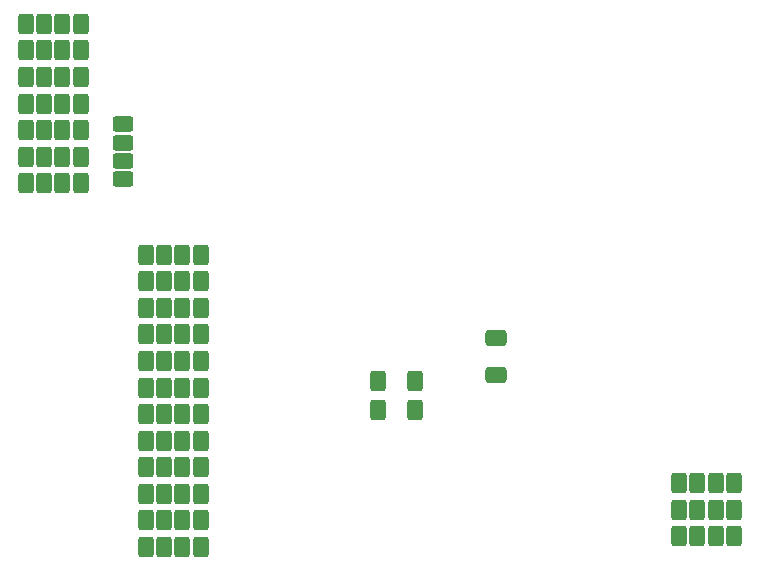
<source format=gbr>
%TF.GenerationSoftware,KiCad,Pcbnew,7.0.10-7.0.10~ubuntu20.04.1*%
%TF.CreationDate,2024-01-23T10:27:16+01:00*%
%TF.ProjectId,6303X_FP64,36333033-585f-4465-9036-342e6b696361,rev?*%
%TF.SameCoordinates,Original*%
%TF.FileFunction,Paste,Bot*%
%TF.FilePolarity,Positive*%
%FSLAX46Y46*%
G04 Gerber Fmt 4.6, Leading zero omitted, Abs format (unit mm)*
G04 Created by KiCad (PCBNEW 7.0.10-7.0.10~ubuntu20.04.1) date 2024-01-23 10:27:16*
%MOMM*%
%LPD*%
G01*
G04 APERTURE LIST*
G04 Aperture macros list*
%AMRoundRect*
0 Rectangle with rounded corners*
0 $1 Rounding radius*
0 $2 $3 $4 $5 $6 $7 $8 $9 X,Y pos of 4 corners*
0 Add a 4 corners polygon primitive as box body*
4,1,4,$2,$3,$4,$5,$6,$7,$8,$9,$2,$3,0*
0 Add four circle primitives for the rounded corners*
1,1,$1+$1,$2,$3*
1,1,$1+$1,$4,$5*
1,1,$1+$1,$6,$7*
1,1,$1+$1,$8,$9*
0 Add four rect primitives between the rounded corners*
20,1,$1+$1,$2,$3,$4,$5,0*
20,1,$1+$1,$4,$5,$6,$7,0*
20,1,$1+$1,$6,$7,$8,$9,0*
20,1,$1+$1,$8,$9,$2,$3,0*%
G04 Aperture macros list end*
%ADD10RoundRect,0.250000X-0.400000X-0.625000X0.400000X-0.625000X0.400000X0.625000X-0.400000X0.625000X0*%
%ADD11RoundRect,0.250000X0.400000X0.625000X-0.400000X0.625000X-0.400000X-0.625000X0.400000X-0.625000X0*%
%ADD12RoundRect,0.250000X0.650000X-0.412500X0.650000X0.412500X-0.650000X0.412500X-0.650000X-0.412500X0*%
%ADD13RoundRect,0.250000X0.625000X-0.400000X0.625000X0.400000X-0.625000X0.400000X-0.625000X-0.400000X0*%
%ADD14RoundRect,0.250000X-0.625000X0.400000X-0.625000X-0.400000X0.625000X-0.400000X0.625000X0.400000X0*%
G04 APERTURE END LIST*
D10*
%TO.C,R32*%
X174600000Y-69350000D03*
X177700000Y-69350000D03*
%TD*%
D11*
%TO.C,R25*%
X176150000Y-64850000D03*
X173050000Y-64850000D03*
%TD*%
%TO.C,R7*%
X166000000Y-47550000D03*
X162900000Y-47550000D03*
%TD*%
D10*
%TO.C,R20*%
X174600000Y-55850000D03*
X177700000Y-55850000D03*
%TD*%
D11*
%TO.C,R47*%
X221300000Y-79700000D03*
X218200000Y-79700000D03*
%TD*%
D10*
%TO.C,R45*%
X219750000Y-75200000D03*
X222850000Y-75200000D03*
%TD*%
D11*
%TO.C,R13*%
X166000000Y-40800000D03*
X162900000Y-40800000D03*
%TD*%
D12*
%TO.C,C1*%
X202692000Y-66040000D03*
X202692000Y-62915000D03*
%TD*%
D11*
%TO.C,R14*%
X166000000Y-38550000D03*
X162900000Y-38550000D03*
%TD*%
%TO.C,R23*%
X176150000Y-60350000D03*
X173050000Y-60350000D03*
%TD*%
%TO.C,R33*%
X176150000Y-71600000D03*
X173050000Y-71600000D03*
%TD*%
%TO.C,R27*%
X176150000Y-69350000D03*
X173050000Y-69350000D03*
%TD*%
D10*
%TO.C,R48*%
X219750000Y-79700000D03*
X222850000Y-79700000D03*
%TD*%
%TO.C,R12*%
X164450000Y-43050000D03*
X167550000Y-43050000D03*
%TD*%
D11*
%TO.C,R24*%
X176150000Y-62600000D03*
X173050000Y-62600000D03*
%TD*%
D13*
%TO.C,R4*%
X171100000Y-47900000D03*
X171100000Y-44800000D03*
%TD*%
D10*
%TO.C,R22*%
X174600000Y-58100000D03*
X177700000Y-58100000D03*
%TD*%
%TO.C,R31*%
X174600000Y-67100000D03*
X177700000Y-67100000D03*
%TD*%
D11*
%TO.C,R21*%
X176150000Y-58100000D03*
X173050000Y-58100000D03*
%TD*%
D10*
%TO.C,R39*%
X174600000Y-73820000D03*
X177700000Y-73820000D03*
%TD*%
D11*
%TO.C,R16*%
X176150000Y-55850000D03*
X173050000Y-55850000D03*
%TD*%
D10*
%TO.C,R29*%
X174600000Y-62600000D03*
X177700000Y-62600000D03*
%TD*%
D11*
%TO.C,R15*%
X166000000Y-36300000D03*
X162900000Y-36300000D03*
%TD*%
%TO.C,R37*%
X176150000Y-80600000D03*
X173050000Y-80600000D03*
%TD*%
%TO.C,R5*%
X166000000Y-49800000D03*
X162900000Y-49800000D03*
%TD*%
D14*
%TO.C,R3*%
X171100000Y-46350000D03*
X171100000Y-49450000D03*
%TD*%
D11*
%TO.C,R9*%
X166000000Y-45300000D03*
X162900000Y-45300000D03*
%TD*%
D10*
%TO.C,R30*%
X174600000Y-64850000D03*
X177700000Y-64850000D03*
%TD*%
%TO.C,R8*%
X164450000Y-47550000D03*
X167550000Y-47550000D03*
%TD*%
D11*
%TO.C,R1*%
X195860000Y-66548000D03*
X192760000Y-66548000D03*
%TD*%
%TO.C,R11*%
X166000000Y-43050000D03*
X162900000Y-43050000D03*
%TD*%
D10*
%TO.C,R17*%
X164450000Y-40800000D03*
X167550000Y-40800000D03*
%TD*%
%TO.C,R41*%
X174600000Y-78350000D03*
X177700000Y-78350000D03*
%TD*%
%TO.C,R42*%
X174600000Y-80600000D03*
X177700000Y-80600000D03*
%TD*%
%TO.C,R46*%
X219750000Y-77450000D03*
X222850000Y-77450000D03*
%TD*%
D11*
%TO.C,R43*%
X221300000Y-75200000D03*
X218200000Y-75200000D03*
%TD*%
%TO.C,R26*%
X176150000Y-67100000D03*
X173050000Y-67100000D03*
%TD*%
D10*
%TO.C,R10*%
X164450000Y-45290000D03*
X167550000Y-45290000D03*
%TD*%
D11*
%TO.C,R35*%
X176150000Y-76100000D03*
X173050000Y-76100000D03*
%TD*%
%TO.C,R2*%
X195860000Y-68974000D03*
X192760000Y-68974000D03*
%TD*%
D10*
%TO.C,R28*%
X174600000Y-60350000D03*
X177700000Y-60350000D03*
%TD*%
D11*
%TO.C,R36*%
X176150000Y-78350000D03*
X173050000Y-78350000D03*
%TD*%
D10*
%TO.C,R19*%
X164450000Y-36300000D03*
X167550000Y-36300000D03*
%TD*%
D11*
%TO.C,R34*%
X176150000Y-73850000D03*
X173050000Y-73850000D03*
%TD*%
D10*
%TO.C,R40*%
X174600000Y-76100000D03*
X177700000Y-76100000D03*
%TD*%
%TO.C,R18*%
X164450000Y-38550000D03*
X167550000Y-38550000D03*
%TD*%
%TO.C,R6*%
X164450000Y-49800000D03*
X167550000Y-49800000D03*
%TD*%
D11*
%TO.C,R44*%
X221300000Y-77450000D03*
X218200000Y-77450000D03*
%TD*%
D10*
%TO.C,R38*%
X174600000Y-71600000D03*
X177700000Y-71600000D03*
%TD*%
M02*

</source>
